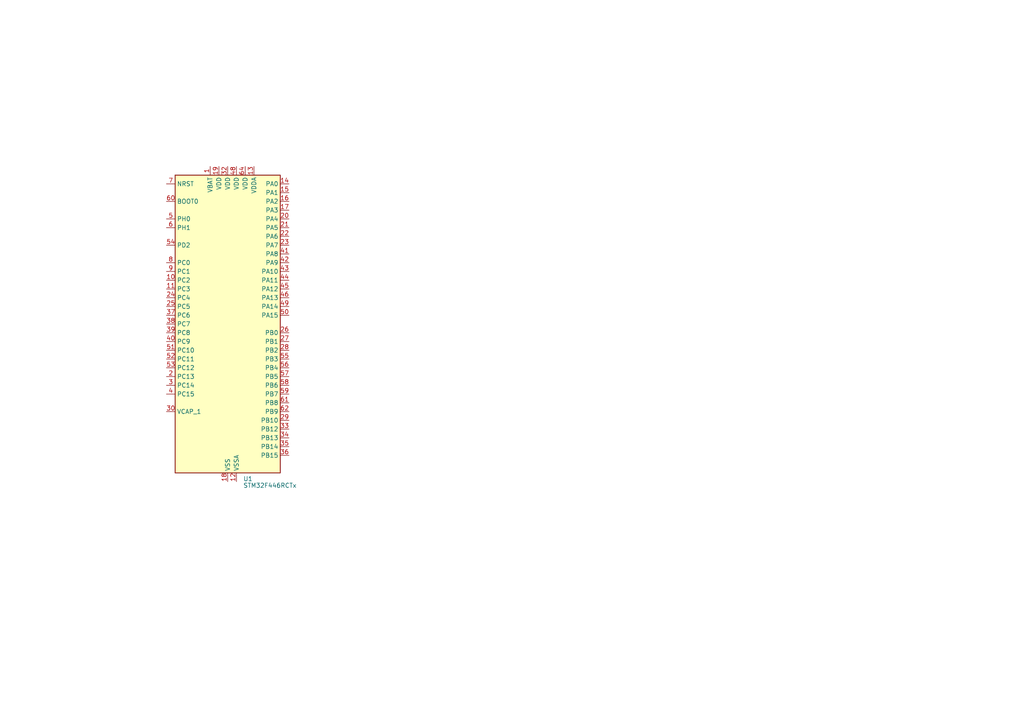
<source format=kicad_sch>
(kicad_sch (version 20230121) (generator eeschema)
  (paper "A4")
  (lib_symbols
    (symbol "MCU_ST_STM32F4:STM32F446RCTx"
      (property "Reference" "U" (at -15.24 44.45 0))
      (property "Value" "STM32F446RCTx" (at 10.16 44.45 0))
      (symbol "STM32F446RCTx_0_1"
        (rectangle (start -15.24 -43.18) (end 15.24 43.18) (stroke (width 0.254)) (fill (type background)))
      )
      (symbol "STM32F446RCTx_1_1"
        (pin power_in line (at -5.08 45.72 270) (length 2.54) (name "VBAT") (number "1"))
        (pin bidirectional line (at -17.78 12.7 0) (length 2.54) (name "PC2") (number "10"))
        (pin bidirectional line (at -17.78 10.16 0) (length 2.54) (name "PC3") (number "11"))
        (pin power_in line (at 2.54 -45.72 90) (length 2.54) (name "VSSA") (number "12"))
        (pin power_in line (at 7.62 45.72 270) (length 2.54) (name "VDDA") (number "13"))
        (pin bidirectional line (at 17.78 40.64 180) (length 2.54) (name "PA0") (number "14"))
        (pin bidirectional line (at 17.78 38.1 180) (length 2.54) (name "PA1") (number "15"))
        (pin bidirectional line (at 17.78 35.56 180) (length 2.54) (name "PA2") (number "16"))
        (pin bidirectional line (at 17.78 33.02 180) (length 2.54) (name "PA3") (number "17"))
        (pin power_in line (at 0 -45.72 90) (length 2.54) (name "VSS") (number "18"))
        (pin power_in line (at -2.54 45.72 270) (length 2.54) (name "VDD") (number "19"))
        (pin bidirectional line (at -17.78 -15.24 0) (length 2.54) (name "PC13") (number "2"))
        (pin bidirectional line (at 17.78 30.48 180) (length 2.54) (name "PA4") (number "20"))
        (pin bidirectional line (at 17.78 27.94 180) (length 2.54) (name "PA5") (number "21"))
        (pin bidirectional line (at 17.78 25.4 180) (length 2.54) (name "PA6") (number "22"))
        (pin bidirectional line (at 17.78 22.86 180) (length 2.54) (name "PA7") (number "23"))
        (pin bidirectional line (at -17.78 7.62 0) (length 2.54) (name "PC4") (number "24"))
        (pin bidirectional line (at -17.78 5.08 0) (length 2.54) (name "PC5") (number "25"))
        (pin bidirectional line (at 17.78 -2.54 180) (length 2.54) (name "PB0") (number "26"))
        (pin bidirectional line (at 17.78 -5.08 180) (length 2.54) (name "PB1") (number "27"))
        (pin bidirectional line (at 17.78 -7.62 180) (length 2.54) (name "PB2") (number "28"))
        (pin bidirectional line (at 17.78 -27.94 180) (length 2.54) (name "PB10") (number "29"))
        (pin bidirectional line (at -17.78 -17.78 0) (length 2.54) (name "PC14") (number "3"))
        (pin power_out line (at -17.78 -25.4 0) (length 2.54) (name "VCAP_1") (number "30"))
        (pin passive line (at 0 -45.72 90) (length 2.54) hide (name "VSS") (number "31"))
        (pin power_in line (at 0 45.72 270) (length 2.54) (name "VDD") (number "32"))
        (pin bidirectional line (at 17.78 -30.48 180) (length 2.54) (name "PB12") (number "33"))
        (pin bidirectional line (at 17.78 -33.02 180) (length 2.54) (name "PB13") (number "34"))
        (pin bidirectional line (at 17.78 -35.56 180) (length 2.54) (name "PB14") (number "35"))
        (pin bidirectional line (at 17.78 -38.1 180) (length 2.54) (name "PB15") (number "36"))
        (pin bidirectional line (at -17.78 2.54 0) (length 2.54) (name "PC6") (number "37"))
        (pin bidirectional line (at -17.78 0 0) (length 2.54) (name "PC7") (number "38"))
        (pin bidirectional line (at -17.78 -2.54 0) (length 2.54) (name "PC8") (number "39"))
        (pin bidirectional line (at -17.78 -20.32 0) (length 2.54) (name "PC15") (number "4"))
        (pin bidirectional line (at -17.78 -5.08 0) (length 2.54) (name "PC9") (number "40"))
        (pin bidirectional line (at 17.78 20.32 180) (length 2.54) (name "PA8") (number "41"))
        (pin bidirectional line (at 17.78 17.78 180) (length 2.54) (name "PA9") (number "42"))
        (pin bidirectional line (at 17.78 15.24 180) (length 2.54) (name "PA10") (number "43"))
        (pin bidirectional line (at 17.78 12.7 180) (length 2.54) (name "PA11") (number "44"))
        (pin bidirectional line (at 17.78 10.16 180) (length 2.54) (name "PA12") (number "45"))
        (pin bidirectional line (at 17.78 7.62 180) (length 2.54) (name "PA13") (number "46"))
        (pin passive line (at 0 -45.72 90) (length 2.54) hide (name "VSS") (number "47"))
        (pin power_in line (at 2.54 45.72 270) (length 2.54) (name "VDD") (number "48"))
        (pin bidirectional line (at 17.78 5.08 180) (length 2.54) (name "PA14") (number "49"))
        (pin bidirectional line (at -17.78 30.48 0) (length 2.54) (name "PH0") (number "5"))
        (pin bidirectional line (at 17.78 2.54 180) (length 2.54) (name "PA15") (number "50"))
        (pin bidirectional line (at -17.78 -7.62 0) (length 2.54) (name "PC10") (number "51"))
        (pin bidirectional line (at -17.78 -10.16 0) (length 2.54) (name "PC11") (number "52"))
        (pin bidirectional line (at -17.78 -12.7 0) (length 2.54) (name "PC12") (number "53"))
        (pin bidirectional line (at -17.78 22.86 0) (length 2.54) (name "PD2") (number "54"))
        (pin bidirectional line (at 17.78 -10.16 180) (length 2.54) (name "PB3") (number "55"))
        (pin bidirectional line (at 17.78 -12.7 180) (length 2.54) (name "PB4") (number "56"))
        (pin bidirectional line (at 17.78 -15.24 180) (length 2.54) (name "PB5") (number "57"))
        (pin bidirectional line (at 17.78 -17.78 180) (length 2.54) (name "PB6") (number "58"))
        (pin bidirectional line (at 17.78 -20.32 180) (length 2.54) (name "PB7") (number "59"))
        (pin bidirectional line (at -17.78 27.94 0) (length 2.54) (name "PH1") (number "6"))
        (pin input line (at -17.78 35.56 0) (length 2.54) (name "BOOT0") (number "60"))
        (pin bidirectional line (at 17.78 -22.86 180) (length 2.54) (name "PB8") (number "61"))
        (pin bidirectional line (at 17.78 -25.4 180) (length 2.54) (name "PB9") (number "62"))
        (pin passive line (at 0 -45.72 90) (length 2.54) hide (name "VSS") (number "63"))
        (pin power_in line (at 5.08 45.72 270) (length 2.54) (name "VDD") (number "64"))
        (pin input line (at -17.78 40.64 0) (length 2.54) (name "NRST") (number "7"))
        (pin bidirectional line (at -17.78 17.78 0) (length 2.54) (name "PC0") (number "8"))
        (pin bidirectional line (at -17.78 15.24 0) (length 2.54) (name "PC1") (number "9"))
      )
    )
  )
  (symbol (lib_id "MCU_ST_STM32F4:STM32F446RCTx") (at 66.04 93.98 0) (unit 1)
    (property "Reference" "U1" (at 70.5359 138.8825 0) (effects (justify left)))
    (property "Value" "STM32F446RCTx" (at 70.5359 140.8035 0) (effects (justify left)))
    (property "Footprint" "Package_QFP:LQFP-64_10x10mm_P0.5mm" (effects hide))
    (property "Datasheet" "https://www.st.com/resource/en/datasheet/stm32f446rc.pdf" (effects hide))
  )
)
</source>
